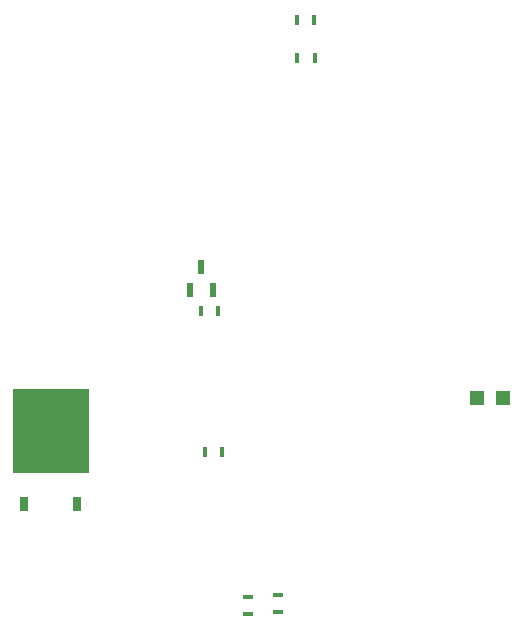
<source format=gbr>
%FSLAX35Y35*%
%MOIN*%
G04 EasyPC Gerber Version 18.0.8 Build 3632 *
%ADD77R,0.01800X0.03300*%
%ADD80R,0.01900X0.04600*%
%ADD75R,0.03100X0.05100*%
%ADD76R,0.25600X0.28000*%
%ADD78R,0.03300X0.01800*%
%ADD79R,0.05000X0.04700*%
X0Y0D02*
D02*
D75*
X17489Y59659D03*
X35206D03*
D02*
D76*
X26348Y83909D03*
D02*
D77*
X76450Y123863D03*
X77631Y77013D03*
X82150Y123863D03*
X83331Y77013D03*
X108340Y220910D03*
X108537Y208115D03*
X114040Y220910D03*
X114237Y208115D03*
D02*
D78*
X92096Y22785D03*
Y28485D03*
X101938Y23572D03*
Y29272D03*
D02*
D79*
X168307Y94926D03*
X176907D03*
D02*
D80*
X72794Y130840D03*
X76544Y138540D03*
X80294Y130840D03*
X0Y0D02*
M02*

</source>
